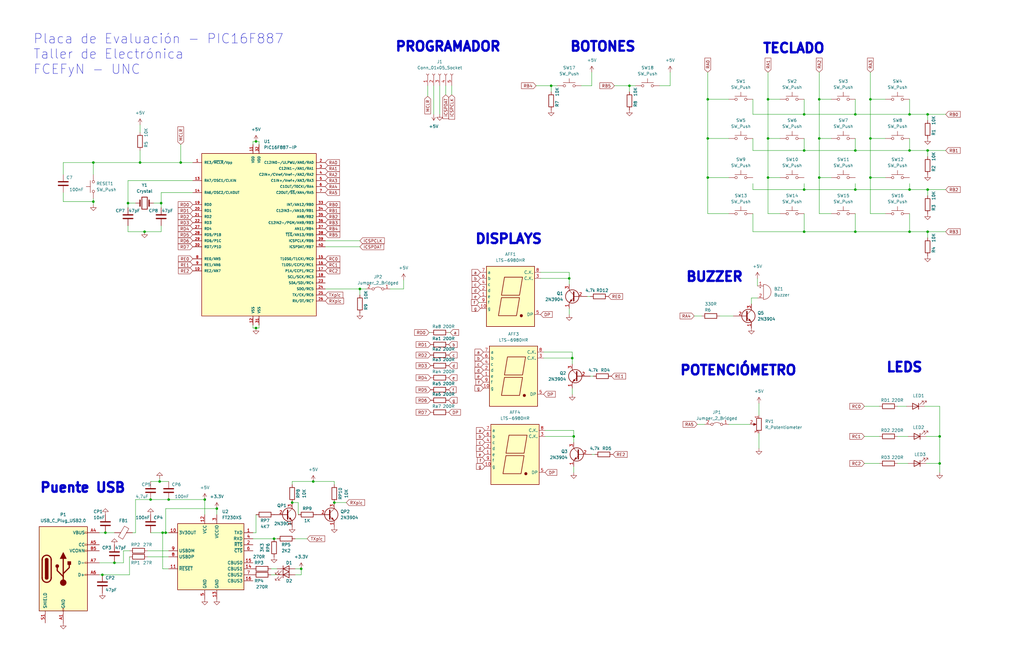
<source format=kicad_sch>
(kicad_sch (version 20230121) (generator eeschema)
  (paper "USLedger")
  (lib_symbols
    (symbol "Connector:Conn_01x05_Socket" (pin_names (offset 1.016) hide)
      (property "Reference" "J" (at 0 7.62 0))
      (property "Value" "Conn_01x05_Socket" (at 0 -7.62 0))
      (symbol "Conn_01x05_Socket_1_1"
        (pin passive line (at -5.08 5.08 0) (length 3.81) (name "Pin_1") (number "1"))
        (pin passive line (at -5.08 2.54 0) (length 3.81) (name "Pin_2") (number "2"))
        (pin passive line (at -5.08 0 0) (length 3.81) (name "Pin_3") (number "3"))
        (pin passive line (at -5.08 -2.54 0) (length 3.81) (name "Pin_4") (number "4"))
        (pin passive line (at -5.08 -5.08 0) (length 3.81) (name "Pin_5") (number "5"))
      )
    )
    (symbol "Connector:USB_C_Plug_USB2.0" (pin_names (offset 1.016))
      (property "Reference" "P" (at -10.16 19.05 0))
      (property "Value" "USB_C_Plug_USB2.0" (at 12.7 19.05 0))
      (symbol "USB_C_Plug_USB2.0_1_1"
        (pin passive line (at 0 -22.86 90) (length 5.08) (name "GND") (number "A1"))
        (pin passive line (at 0 -22.86 90) (length 5.08) hide (name "GND") (number "A12"))
        (pin passive line (at 15.24 15.24 180) (length 5.08) (name "VBUS") (number "A4"))
        (pin bidirectional line (at 15.24 10.16 180) (length 5.08) (name "CC") (number "A5"))
        (pin bidirectional line (at 15.24 -2.54 180) (length 5.08) (name "D+") (number "A6"))
        (pin bidirectional line (at 15.24 2.54 180) (length 5.08) (name "D-") (number "A7"))
        (pin passive line (at 15.24 15.24 180) (length 5.08) hide (name "VBUS") (number "A9"))
        (pin passive line (at 0 -22.86 90) (length 5.08) hide (name "GND") (number "B1"))
        (pin passive line (at 0 -22.86 90) (length 5.08) hide (name "GND") (number "B12"))
        (pin passive line (at 15.24 15.24 180) (length 5.08) hide (name "VBUS") (number "B4"))
        (pin bidirectional line (at 15.24 7.62 180) (length 5.08) (name "VCONN") (number "B5"))
        (pin passive line (at 15.24 15.24 180) (length 5.08) hide (name "VBUS") (number "B9"))
        (pin passive line (at -7.62 -22.86 90) (length 5.08) (name "SHIELD") (number "S1"))
      )
    )
    (symbol "Device:Buzzer" (pin_names (offset 0.0254) hide)
      (property "Reference" "BZ" (at 3.81 1.27 0))
      (property "Value" "Buzzer" (at 3.81 -1.27 0))
      (symbol "Buzzer_1_1"
        (pin passive line (at -2.54 2.54 0) (length 2.54) (name "-") (number "1"))
        (pin passive line (at -2.54 -2.54 0) (length 2.54) (name "+") (number "2"))
      )
    )
    (symbol "Device:C" (pin_numbers hide) (pin_names (offset 0.254))
      (property "Reference" "C" (at 0.635 2.54 0))
      (property "Value" "C" (at 0.635 -2.54 0))
      (symbol "C_1_1"
        (pin passive line (at 0 3.81 270) (length 2.794) (name "~") (number "1"))
        (pin passive line (at 0 -3.81 90) (length 2.794) (name "~") (number "2"))
      )
    )
    (symbol "Device:Crystal" (pin_numbers hide) (pin_names (offset 1.016) hide)
      (property "Reference" "Y" (at 0 3.81 0))
      (property "Value" "Crystal" (at 0 -3.81 0))
      (symbol "Crystal_1_1"
        (pin passive line (at -3.81 0 0) (length 1.27) (name "1") (number "1"))
        (pin passive line (at 3.81 0 180) (length 1.27) (name "2") (number "2"))
      )
    )
    (symbol "Device:FerriteBead" (pin_numbers hide) (pin_names (offset 0))
      (property "Reference" "FB" (at -3.81 0.635 90))
      (property "Value" "FerriteBead" (at 3.81 0 90))
      (symbol "FerriteBead_1_1"
        (pin passive line (at 0 3.81 270) (length 2.54) (name "~") (number "1"))
        (pin passive line (at 0 -3.81 90) (length 2.54) (name "~") (number "2"))
      )
    )
    (symbol "Device:LED" (pin_numbers hide) (pin_names (offset 1.016) hide)
      (property "Reference" "D" (at 0 2.54 0))
      (property "Value" "LED" (at 0 -2.54 0))
      (symbol "LED_1_1"
        (pin passive line (at -3.81 0 0) (length 2.54) (name "K") (number "1"))
        (pin passive line (at 3.81 0 180) (length 2.54) (name "A") (number "2"))
      )
    )
    (symbol "Device:R" (pin_numbers hide) (pin_names (offset 0))
      (property "Reference" "R" (at 2.032 0 90))
      (property "Value" "R" (at 0 0 90))
      (symbol "R_1_1"
        (pin passive line (at 0 3.81 270) (length 1.27) (name "~") (number "1"))
        (pin passive line (at 0 -3.81 90) (length 1.27) (name "~") (number "2"))
      )
    )
    (symbol "Device:R_Potentiometer" (pin_names (offset 1.016) hide)
      (property "Reference" "RV" (at -4.445 0 90))
      (property "Value" "R_Potentiometer" (at -2.54 0 90))
      (symbol "R_Potentiometer_1_1"
        (pin passive line (at 0 3.81 270) (length 1.27) (name "1") (number "1"))
        (pin passive line (at 3.81 0 180) (length 1.27) (name "2") (number "2"))
        (pin passive line (at 0 -3.81 90) (length 1.27) (name "3") (number "3"))
      )
    )
    (symbol "Display_Character:LTS-6980HR"
      (property "Reference" "AFF" (at -7.874 13.97 0))
      (property "Value" "LTS-6980HR" (at 4.064 13.97 0))
      (symbol "LTS-6980HR_1_1"
        (pin passive line (at -12.7 0 0) (length 2.54) (name "e") (number "1"))
        (pin passive line (at -12.7 -5.08 0) (length 2.54) (name "g") (number "10"))
        (pin passive line (at -12.7 2.54 0) (length 2.54) (name "d") (number "2"))
        (pin passive line (at 12.7 7.62 180) (length 2.54) (name "C.K.") (number "3"))
        (pin passive line (at -12.7 5.08 0) (length 2.54) (name "c") (number "4"))
        (pin passive line (at 12.7 -7.62 180) (length 2.54) (name "DP") (number "5"))
        (pin passive line (at -12.7 7.62 0) (length 2.54) (name "b") (number "6"))
        (pin passive line (at -12.7 10.16 0) (length 2.54) (name "a") (number "7"))
        (pin passive line (at 12.7 10.16 180) (length 2.54) (name "C.K.") (number "8"))
        (pin passive line (at -12.7 -2.54 0) (length 2.54) (name "f") (number "9"))
      )
    )
    (symbol "Interface_USB:FT230XS"
      (property "Reference" "U" (at -13.97 15.24 0))
      (property "Value" "FT230XS" (at 7.62 15.24 0))
      (symbol "FT230XS_1_1"
        (pin output line (at 17.78 10.16 180) (length 3.81) (name "TXD") (number "1"))
        (pin power_out line (at -17.78 10.16 0) (length 3.81) (name "3V3OUT") (number "10"))
        (pin input line (at -17.78 -5.08 0) (length 3.81) (name "~{RESET}") (number "11"))
        (pin power_in line (at -2.54 17.78 270) (length 3.81) (name "VCC") (number "12"))
        (pin power_in line (at 2.54 -17.78 90) (length 3.81) (name "GND") (number "13"))
        (pin bidirectional line (at 17.78 -5.08 180) (length 3.81) (name "CBUS1") (number "14"))
        (pin bidirectional line (at 17.78 -2.54 180) (length 3.81) (name "CBUS0") (number "15"))
        (pin bidirectional line (at 17.78 -10.16 180) (length 3.81) (name "CBUS3") (number "16"))
        (pin output line (at 17.78 5.08 180) (length 3.81) (name "~{RTS}") (number "2"))
        (pin power_in line (at 2.54 17.78 270) (length 3.81) (name "VCCIO") (number "3"))
        (pin input line (at 17.78 7.62 180) (length 3.81) (name "RXD") (number "4"))
        (pin power_in line (at -2.54 -17.78 90) (length 3.81) (name "GND") (number "5"))
        (pin input line (at 17.78 2.54 180) (length 3.81) (name "~{CTS}") (number "6"))
        (pin bidirectional line (at 17.78 -7.62 180) (length 3.81) (name "CBUS2") (number "7"))
        (pin bidirectional line (at -17.78 0 0) (length 3.81) (name "USBDP") (number "8"))
        (pin bidirectional line (at -17.78 2.54 0) (length 3.81) (name "USBDM") (number "9"))
      )
    )
    (symbol "Jumper:Jumper_2_Bridged" (pin_names (offset 0) hide)
      (property "Reference" "JP" (at 0 1.905 0))
      (property "Value" "Jumper_2_Bridged" (at 0 -2.54 0))
      (symbol "Jumper_2_Bridged_1_1"
        (pin passive line (at -5.08 0 0) (length 2.54) (name "A") (number "1"))
        (pin passive line (at 5.08 0 180) (length 2.54) (name "B") (number "2"))
      )
    )
    (symbol "MCU_Microchip_PIC16:PIC16F887-IP" (pin_names (offset 1.016))
      (property "Reference" "U" (at 6.35 38.1 0))
      (property "Value" "PIC16F887-IP" (at 6.35 35.56 0))
      (symbol "PIC16F887-IP_1_1"
        (pin input line (at -27.94 30.48 0) (length 3.81) (name "RE3/~{MCLR}/Vpp") (number "1"))
        (pin bidirectional line (at -27.94 -15.24 0) (length 3.81) (name "RE2/AN7") (number "10"))
        (pin power_in line (at -2.54 38.1 270) (length 3.81) (name "VDD") (number "11"))
        (pin power_in line (at -2.54 -38.1 90) (length 3.81) (name "VSS") (number "12"))
        (pin bidirectional line (at -27.94 22.86 0) (length 3.81) (name "RA7/OSC1/CLKIN") (number "13"))
        (pin bidirectional line (at -27.94 17.78 0) (length 3.81) (name "RA6/OSC2/CLKOUT") (number "14"))
        (pin bidirectional line (at 27.94 -10.16 180) (length 3.81) (name "T10S0/T1CKI/RC0") (number "15"))
        (pin bidirectional line (at 27.94 -12.7 180) (length 3.81) (name "T1OSI/CCP2/RC1") (number "16"))
        (pin bidirectional line (at 27.94 -15.24 180) (length 3.81) (name "P1A/CCP1/RC2") (number "17"))
        (pin bidirectional line (at 27.94 -17.78 180) (length 3.81) (name "SCL/SCK/RC3") (number "18"))
        (pin bidirectional line (at -27.94 12.7 0) (length 3.81) (name "RD0") (number "19"))
        (pin bidirectional line (at 27.94 30.48 180) (length 3.81) (name "C12IN0-/ULPWU/AN0/RA0") (number "2"))
        (pin bidirectional line (at -27.94 10.16 0) (length 3.81) (name "RD1") (number "20"))
        (pin bidirectional line (at -27.94 7.62 0) (length 3.81) (name "RD2") (number "21"))
        (pin bidirectional line (at -27.94 5.08 0) (length 3.81) (name "RD3") (number "22"))
        (pin bidirectional line (at 27.94 -20.32 180) (length 3.81) (name "SDA/SDI/RC4") (number "23"))
        (pin bidirectional line (at 27.94 -22.86 180) (length 3.81) (name "SDO/RC5") (number "24"))
        (pin bidirectional line (at 27.94 -25.4 180) (length 3.81) (name "TX/CK/RC6") (number "25"))
        (pin bidirectional line (at 27.94 -27.94 180) (length 3.81) (name "RX/DT/RC7") (number "26"))
        (pin bidirectional line (at -27.94 2.54 0) (length 3.81) (name "RD4") (number "27"))
        (pin bidirectional line (at -27.94 0 0) (length 3.81) (name "RD5/P1B") (number "28"))
        (pin bidirectional line (at -27.94 -2.54 0) (length 3.81) (name "RD6/P1C") (number "29"))
        (pin bidirectional line (at 27.94 27.94 180) (length 3.81) (name "C12IN1-/AN1/RA1") (number "3"))
        (pin bidirectional line (at -27.94 -5.08 0) (length 3.81) (name "RD7/P1D") (number "30"))
        (pin power_in line (at 0 -38.1 90) (length 3.81) (name "VSS") (number "31"))
        (pin power_in line (at 0 38.1 270) (length 3.81) (name "VDD") (number "32"))
        (pin bidirectional line (at 27.94 12.7 180) (length 3.81) (name "INT/AN12/RB0") (number "33"))
        (pin bidirectional line (at 27.94 10.16 180) (length 3.81) (name "C12IN3-/AN10/RB1") (number "34"))
        (pin bidirectional line (at 27.94 7.62 180) (length 3.81) (name "AN8/RB2") (number "35"))
        (pin bidirectional line (at 27.94 5.08 180) (length 3.81) (name "C12IN2-/PGM/AN9/RB3") (number "36"))
        (pin bidirectional line (at 27.94 2.54 180) (length 3.81) (name "AN11/RB4") (number "37"))
        (pin bidirectional line (at 27.94 0 180) (length 3.81) (name "~{T1G}/AN13/RB5") (number "38"))
        (pin bidirectional line (at 27.94 -2.54 180) (length 3.81) (name "ICSPCLK/RB6") (number "39"))
        (pin bidirectional line (at 27.94 25.4 180) (length 3.81) (name "C2IN+/CVref/Vref-/AN2/RA2") (number "4"))
        (pin bidirectional line (at 27.94 -5.08 180) (length 3.81) (name "ICSPDAT/RB7") (number "40"))
        (pin bidirectional line (at 27.94 22.86 180) (length 3.81) (name "C1IN+/Vref+/AN3/RA3") (number "5"))
        (pin bidirectional line (at 27.94 20.32 180) (length 3.81) (name "C1OUT/T0CKI/RA4") (number "6"))
        (pin bidirectional line (at 27.94 17.78 180) (length 3.81) (name "C2OUT/~{SS}/AN4/RA5") (number "7"))
        (pin bidirectional line (at -27.94 -10.16 0) (length 3.81) (name "RE0/AN5") (number "8"))
        (pin bidirectional line (at -27.94 -12.7 0) (length 3.81) (name "RE1/AN6") (number "9"))
      )
    )
    (symbol "Switch:SW_Push" (pin_numbers hide) (pin_names (offset 1.016) hide)
      (property "Reference" "SW" (at 1.27 2.54 0))
      (property "Value" "SW_Push" (at 0 -1.524 0))
      (symbol "SW_Push_0_1"
        (pin passive line (at -5.08 0 0) (length 2.54) (name "1") (number "1"))
        (pin passive line (at 5.08 0 180) (length 2.54) (name "2") (number "2"))
      )
    )
    (symbol "Transistor_BJT:2N3904" (pin_names (offset 0) hide)
      (property "Reference" "Q" (at 5.08 1.905 0))
      (property "Value" "2N3904" (at 5.08 0 0))
      (symbol "2N3904_1_1"
        (pin passive line (at 2.54 -5.08 90) (length 2.54) (name "E") (number "1"))
        (pin passive line (at -5.08 0 0) (length 5.715) (name "B") (number "2"))
        (pin passive line (at 2.54 5.08 270) (length 2.54) (name "C") (number "3"))
      )
    )
    (symbol "power:+3.3V" (power) (pin_names (offset 0))
      (property "Value" "+3.3V" (at 0 3.556 0))
      (symbol "+3.3V_1_1"
        (pin power_in line (at 0 0 90) (length 0) hide (name "+3.3V") (number "1"))
      )
    )
    (symbol "power:+5V" (power) (pin_names (offset 0))
      (property "Value" "+5V" (at 0 3.556 0))
      (symbol "+5V_1_1"
        (pin power_in line (at 0 0 90) (length 0) hide (name "+5V") (number "1"))
      )
    )
    (symbol "power:GND" (power) (pin_names (offset 0))
      (property "Value" "GND" (at 0 -3.81 0))
      (symbol "GND_1_1"
        (pin power_in line (at 0 0 270) (length 0) hide (name "GND") (number "1"))
      )
    )
  )
  (junction (at 383.54 63.5))
  (junction (at 39.37 85.09))
  (junction (at 241.935 184.15))
  (junction (at 76.2 68.58))
  (junction (at 44.45 224.79))
  (junction (at 345.44 74.93))
  (junction (at 360.68 80.01))
  (junction (at 298.45 58.42))
  (junction (at 339.09 80.01))
  (junction (at 140.97 212.09))
  (junction (at 391.16 63.5))
  (junction (at 241.3 151.13))
  (junction (at 67.945 85.725))
  (junction (at 383.54 97.79))
  (junction (at 360.68 63.5))
  (junction (at 107.95 138.43))
  (junction (at 60.96 97.79))
  (junction (at 59.055 68.58))
  (junction (at 86.36 210.82))
  (junction (at 132.08 203.2))
  (junction (at 107.95 59.69))
  (junction (at 115.57 227.33))
  (junction (at 391.16 97.79))
  (junction (at 91.44 214.63))
  (junction (at 123.19 212.09))
  (junction (at 127 240.03))
  (junction (at 240.03 117.475))
  (junction (at 265.43 36.195))
  (junction (at 71.12 210.82))
  (junction (at 367.03 74.93))
  (junction (at 48.26 237.49))
  (junction (at 298.45 41.91))
  (junction (at 151.765 121.92))
  (junction (at 383.54 80.01))
  (junction (at 323.85 58.42))
  (junction (at 367.03 58.42))
  (junction (at 396.24 184.15))
  (junction (at 339.09 63.5))
  (junction (at 39.37 68.58))
  (junction (at 391.16 80.01))
  (junction (at 360.68 97.79))
  (junction (at 43.18 242.57))
  (junction (at 383.54 48.26))
  (junction (at 232.41 36.195))
  (junction (at 67.31 203.2))
  (junction (at 298.45 74.93))
  (junction (at 339.09 48.26))
  (junction (at 69.85 224.79))
  (junction (at 391.16 48.26))
  (junction (at 323.85 41.91))
  (junction (at 68.58 224.79))
  (junction (at 367.03 41.91))
  (junction (at 339.09 97.79))
  (junction (at 360.68 48.26))
  (junction (at 323.85 74.93))
  (junction (at 53.975 85.725))
  (junction (at 345.44 58.42))
  (junction (at 345.44 41.91))
  (junction (at 63.5 210.82))
  (junction (at 396.24 195.58))
  (wire (pts (xy 383.54 80.01) (xy 391.16 80.01)))
  (wire (pts (xy 383.54 58.42) (xy 383.54 63.5)))
  (wire (pts (xy 317.5 77.47) (xy 317.5 80.01)))
  (wire (pts (xy 323.85 90.17) (xy 323.85 74.93)))
  (wire (pts (xy 91.44 214.63) (xy 91.44 217.17)))
  (wire (pts (xy 52.07 237.49) (xy 52.07 232.41)))
  (wire (pts (xy 328.93 41.91) (xy 323.85 41.91)))
  (wire (pts (xy 182.88 48.26) (xy 182.88 36.195)))
  (wire (pts (xy 107.95 59.69) (xy 109.22 59.69)))
  (wire (pts (xy 383.54 90.17) (xy 383.54 97.79)))
  (wire (pts (xy 240.03 117.475) (xy 240.03 120.015)))
  (wire (pts (xy 41.91 242.57) (xy 43.18 242.57)))
  (wire (pts (xy 307.34 90.17) (xy 298.45 90.17)))
  (wire (pts (xy 360.68 58.42) (xy 360.68 63.5)))
  (wire (pts (xy 86.36 210.82) (xy 86.36 217.17)))
  (wire (pts (xy 48.26 237.49) (xy 52.07 237.49)))
  (wire (pts (xy 345.44 41.91) (xy 345.44 58.42)))
  (wire (pts (xy 124.46 242.57) (xy 127 242.57)))
  (wire (pts (xy 106.68 59.69) (xy 106.68 60.96)))
  (wire (pts (xy 109.22 138.43) (xy 109.22 137.16)))
  (wire (pts (xy 360.68 41.91) (xy 360.68 48.26)))
  (wire (pts (xy 62.23 234.95) (xy 71.12 234.95)))
  (wire (pts (xy 64.77 85.725) (xy 67.945 85.725)))
  (wire (pts (xy 364.49 171.45) (xy 370.84 171.45)))
  (wire (pts (xy 62.23 232.41) (xy 71.12 232.41)))
  (wire (pts (xy 232.41 36.195) (xy 232.41 38.735)))
  (wire (pts (xy 229.87 184.15) (xy 241.935 184.15)))
  (wire (pts (xy 115.57 227.33) (xy 106.68 227.33)))
  (wire (pts (xy 282.575 36.195) (xy 278.13 36.195)))
  (wire (pts (xy 345.44 74.93) (xy 350.52 74.93)))
  (wire (pts (xy 345.44 30.48) (xy 345.44 41.91)))
  (wire (pts (xy 373.38 90.17) (xy 367.03 90.17)))
  (wire (pts (xy 67.31 201.93) (xy 67.31 203.2)))
  (wire (pts (xy 53.975 95.25) (xy 53.975 97.79)))
  (wire (pts (xy 123.19 203.2) (xy 123.19 204.47)))
  (wire (pts (xy 247.65 125.095) (xy 248.92 125.095)))
  (wire (pts (xy 339.09 90.17) (xy 339.09 97.79)))
  (wire (pts (xy 241.935 196.85) (xy 241.935 199.39)))
  (wire (pts (xy 180.34 36.195) (xy 180.34 40.64)))
  (wire (pts (xy 69.85 224.79) (xy 68.58 224.79)))
  (wire (pts (xy 316.865 125.73) (xy 316.865 128.27)))
  (wire (pts (xy 53.975 85.725) (xy 57.15 85.725)))
  (wire (pts (xy 63.5 203.2) (xy 67.31 203.2)))
  (wire (pts (xy 319.405 117.475) (xy 319.405 120.65)))
  (wire (pts (xy 282.575 30.48) (xy 282.575 36.195)))
  (wire (pts (xy 39.37 68.58) (xy 59.055 68.58)))
  (wire (pts (xy 328.93 90.17) (xy 323.85 90.17)))
  (wire (pts (xy 41.91 237.49) (xy 48.26 237.49)))
  (wire (pts (xy 396.24 195.58) (xy 396.24 199.39)))
  (wire (pts (xy 180.975 140.335) (xy 181.61 140.335)))
  (wire (pts (xy 360.68 90.17) (xy 360.68 97.79)))
  (wire (pts (xy 367.03 58.42) (xy 367.03 74.93)))
  (wire (pts (xy 259.08 36.195) (xy 265.43 36.195)))
  (wire (pts (xy 151.765 121.92) (xy 154.305 121.92)))
  (wire (pts (xy 71.12 240.03) (xy 68.58 240.03)))
  (wire (pts (xy 367.03 74.93) (xy 373.38 74.93)))
  (wire (pts (xy 71.12 224.79) (xy 69.85 224.79)))
  (wire (pts (xy 339.09 77.47) (xy 339.09 80.01)))
  (wire (pts (xy 367.03 41.91) (xy 373.38 41.91)))
  (wire (pts (xy 226.06 36.195) (xy 232.41 36.195)))
  (wire (pts (xy 76.2 60.96) (xy 76.2 68.58)))
  (wire (pts (xy 339.09 63.5) (xy 360.68 63.5)))
  (wire (pts (xy 114.3 242.57) (xy 116.84 242.57)))
  (wire (pts (xy 298.45 90.17) (xy 298.45 74.93)))
  (wire (pts (xy 345.44 58.42) (xy 350.52 58.42)))
  (wire (pts (xy 81.28 76.2) (xy 53.975 76.2)))
  (wire (pts (xy 53.975 76.2) (xy 53.975 85.725)))
  (wire (pts (xy 52.07 232.41) (xy 54.61 232.41)))
  (wire (pts (xy 71.12 210.82) (xy 86.36 210.82)))
  (wire (pts (xy 391.16 50.8) (xy 391.16 48.26)))
  (wire (pts (xy 164.465 121.92) (xy 170.18 121.92)))
  (wire (pts (xy 109.22 59.69) (xy 109.22 60.96)))
  (wire (pts (xy 396.24 184.15) (xy 396.24 195.58)))
  (wire (pts (xy 26.67 68.58) (xy 39.37 68.58)))
  (wire (pts (xy 298.45 74.93) (xy 307.34 74.93)))
  (wire (pts (xy 364.49 195.58) (xy 370.84 195.58)))
  (wire (pts (xy 44.45 224.79) (xy 48.26 224.79)))
  (wire (pts (xy 170.18 121.92) (xy 170.18 118.11)))
  (wire (pts (xy 107.95 138.43) (xy 109.22 138.43)))
  (wire (pts (xy 140.97 203.2) (xy 140.97 204.47)))
  (wire (pts (xy 383.54 41.91) (xy 383.54 48.26)))
  (wire (pts (xy 323.85 30.48) (xy 323.85 41.91)))
  (wire (pts (xy 350.52 90.17) (xy 345.44 90.17)))
  (wire (pts (xy 240.03 114.935) (xy 240.03 117.475)))
  (wire (pts (xy 63.5 210.82) (xy 71.12 210.82)))
  (wire (pts (xy 69.85 224.79) (xy 69.85 214.63)))
  (wire (pts (xy 76.2 68.58) (xy 81.28 68.58)))
  (wire (pts (xy 59.055 63.5) (xy 59.055 68.58)))
  (wire (pts (xy 360.68 63.5) (xy 383.54 63.5)))
  (wire (pts (xy 68.58 224.79) (xy 68.58 240.03)))
  (wire (pts (xy 116.84 227.33) (xy 115.57 227.33)))
  (wire (pts (xy 232.41 36.195) (xy 234.95 36.195)))
  (wire (pts (xy 345.44 74.93) (xy 345.44 90.17)))
  (wire (pts (xy 367.03 30.48) (xy 367.03 41.91)))
  (wire (pts (xy 390.525 184.15) (xy 396.24 184.15)))
  (wire (pts (xy 298.45 58.42) (xy 307.34 58.42)))
  (wire (pts (xy 107.95 59.69) (xy 106.68 59.69)))
  (wire (pts (xy 298.45 74.93) (xy 298.45 58.42)))
  (wire (pts (xy 391.16 82.55) (xy 391.16 80.01)))
  (wire (pts (xy 39.37 68.58) (xy 39.37 73.66)))
  (wire (pts (xy 298.45 30.48) (xy 298.45 41.91)))
  (wire (pts (xy 123.19 212.09) (xy 125.73 212.09)))
  (wire (pts (xy 317.5 80.01) (xy 339.09 80.01)))
  (wire (pts (xy 132.08 203.2) (xy 140.97 203.2)))
  (wire (pts (xy 67.945 95.25) (xy 67.945 97.79)))
  (wire (pts (xy 240.03 130.175) (xy 240.03 132.715)))
  (wire (pts (xy 241.935 181.61) (xy 241.935 184.15)))
  (wire (pts (xy 323.85 58.42) (xy 323.85 41.91)))
  (wire (pts (xy 339.09 48.26) (xy 360.68 48.26)))
  (wire (pts (xy 323.85 74.93) (xy 328.93 74.93)))
  (wire (pts (xy 367.03 58.42) (xy 373.38 58.42)))
  (wire (pts (xy 383.54 63.5) (xy 391.16 63.5)))
  (wire (pts (xy 317.5 97.79) (xy 339.09 97.79)))
  (wire (pts (xy 229.235 148.59) (xy 241.3 148.59)))
  (wire (pts (xy 391.16 48.26) (xy 398.78 48.26)))
  (wire (pts (xy 132.08 203.2) (xy 123.19 203.2)))
  (wire (pts (xy 390.525 195.58) (xy 396.24 195.58)))
  (wire (pts (xy 57.15 224.79) (xy 57.15 210.82)))
  (wire (pts (xy 383.54 48.26) (xy 391.16 48.26)))
  (wire (pts (xy 383.54 97.79) (xy 391.16 97.79)))
  (wire (pts (xy 320.04 170.18) (xy 320.04 175.26)))
  (wire (pts (xy 323.85 74.93) (xy 323.85 58.42)))
  (wire (pts (xy 339.09 80.01) (xy 360.68 80.01)))
  (wire (pts (xy 317.5 48.26) (xy 339.09 48.26)))
  (wire (pts (xy 378.46 195.58) (xy 382.905 195.58)))
  (wire (pts (xy 53.975 85.725) (xy 53.975 87.63)))
  (wire (pts (xy 339.09 41.91) (xy 339.09 48.26)))
  (wire (pts (xy 63.5 224.79) (xy 68.58 224.79)))
  (wire (pts (xy 129.54 227.33) (xy 124.46 227.33)))
  (wire (pts (xy 59.055 52.705) (xy 59.055 55.88)))
  (wire (pts (xy 107.95 217.17) (xy 107.95 224.79)))
  (wire (pts (xy 53.975 97.79) (xy 60.96 97.79)))
  (wire (pts (xy 67.945 85.725) (xy 67.945 87.63)))
  (wire (pts (xy 106.68 224.79) (xy 107.95 224.79)))
  (wire (pts (xy 26.67 73.66) (xy 26.67 68.58)))
  (wire (pts (xy 378.46 171.45) (xy 382.27 171.45)))
  (wire (pts (xy 54.61 234.95) (xy 54.61 242.57)))
  (wire (pts (xy 69.85 214.63) (xy 91.44 214.63)))
  (wire (pts (xy 317.5 63.5) (xy 339.09 63.5)))
  (wire (pts (xy 317.5 58.42) (xy 317.5 63.5)))
  (wire (pts (xy 41.91 224.79) (xy 44.45 224.79)))
  (wire (pts (xy 248.92 158.75) (xy 250.19 158.75)))
  (wire (pts (xy 360.68 77.47) (xy 360.68 80.01)))
  (wire (pts (xy 298.45 58.42) (xy 298.45 41.91)))
  (wire (pts (xy 360.68 80.01) (xy 383.54 80.01)))
  (wire (pts (xy 137.16 101.6) (xy 151.765 101.6)))
  (wire (pts (xy 241.3 148.59) (xy 241.3 151.13)))
  (wire (pts (xy 316.865 125.73) (xy 319.405 125.73)))
  (wire (pts (xy 320.04 182.88) (xy 320.04 189.23)))
  (wire (pts (xy 241.935 184.15) (xy 241.935 186.69)))
  (wire (pts (xy 317.5 90.17) (xy 317.5 97.79)))
  (wire (pts (xy 26.67 85.09) (xy 39.37 85.09)))
  (wire (pts (xy 229.235 151.13) (xy 241.3 151.13)))
  (wire (pts (xy 227.965 117.475) (xy 240.03 117.475)))
  (wire (pts (xy 303.53 133.35) (xy 309.245 133.35)))
  (wire (pts (xy 360.68 48.26) (xy 383.54 48.26)))
  (wire (pts (xy 81.28 81.28) (xy 67.945 81.28)))
  (wire (pts (xy 391.16 97.79) (xy 398.78 97.79)))
  (wire (pts (xy 396.24 171.45) (xy 396.24 184.15)))
  (wire (pts (xy 249.555 36.195) (xy 245.11 36.195)))
  (wire (pts (xy 378.46 184.15) (xy 382.905 184.15)))
  (wire (pts (xy 127 242.57) (xy 127 240.03)))
  (wire (pts (xy 137.16 104.14) (xy 151.765 104.14)))
  (wire (pts (xy 67.945 97.79) (xy 60.96 97.79)))
  (wire (pts (xy 383.54 77.47) (xy 383.54 80.01)))
  (wire (pts (xy 124.46 240.03) (xy 127 240.03)))
  (wire (pts (xy 125.73 212.09) (xy 125.73 217.17)))
  (wire (pts (xy 227.965 114.935) (xy 240.03 114.935)))
  (wire (pts (xy 55.88 224.79) (xy 57.15 224.79)))
  (wire (pts (xy 317.5 41.91) (xy 317.5 48.26)))
  (wire (pts (xy 106.68 138.43) (xy 107.95 138.43)))
  (wire (pts (xy 339.09 58.42) (xy 339.09 63.5)))
  (wire (pts (xy 391.16 66.04) (xy 391.16 63.5)))
  (wire (pts (xy 249.555 30.48) (xy 249.555 36.195)))
  (wire (pts (xy 389.89 171.45) (xy 396.24 171.45)))
  (wire (pts (xy 367.03 74.93) (xy 367.03 90.17)))
  (wire (pts (xy 339.09 97.79) (xy 360.68 97.79)))
  (wire (pts (xy 241.3 163.83) (xy 241.3 166.37)))
  (wire (pts (xy 185.42 36.195) (xy 185.42 48.26)))
  (wire (pts (xy 137.16 121.92) (xy 151.765 121.92)))
  (wire (pts (xy 345.44 41.91) (xy 350.52 41.91)))
  (wire (pts (xy 67.31 203.2) (xy 71.12 203.2)))
  (wire (pts (xy 391.16 63.5) (xy 398.78 63.5)))
  (wire (pts (xy 249.555 191.77) (xy 250.825 191.77)))
  (wire (pts (xy 190.5 36.195) (xy 190.5 40.005)))
  (wire (pts (xy 391.16 80.01) (xy 398.78 80.01)))
  (wire (pts (xy 364.49 184.15) (xy 370.84 184.15)))
  (wire (pts (xy 265.43 36.195) (xy 267.97 36.195)))
  (wire (pts (xy 187.96 36.195) (xy 187.96 40.005)))
  (wire (pts (xy 229.87 181.61) (xy 241.935 181.61)))
  (wire (pts (xy 151.765 124.46) (xy 151.765 121.92)))
  (wire (pts (xy 26.67 81.28) (xy 26.67 85.09)))
  (wire (pts (xy 140.97 212.09) (xy 146.05 212.09)))
  (wire (pts (xy 201.93 127.635) (xy 202.565 127.635)))
  (wire (pts (xy 298.45 41.91) (xy 307.34 41.91)))
  (wire (pts (xy 57.15 210.82) (xy 63.5 210.82)))
  (wire (pts (xy 39.37 85.09) (xy 39.37 86.36)))
  (wire (pts (xy 297.18 179.07) (xy 294.005 179.07)))
  (wire (pts (xy 67.945 81.28) (xy 67.945 85.725)))
  (wire (pts (xy 189.865 140.335) (xy 189.23 140.335)))
  (wire (pts (xy 292.735 133.35) (xy 295.91 133.35)))
  (wire (pts (xy 114.3 240.03) (xy 116.84 240.03)))
  (wire (pts (xy 367.03 41.91) (xy 367.03 58.42)))
  (wire (pts (xy 316.23 179.07) (xy 307.34 179.07)))
  (wire (pts (xy 241.3 151.13) (xy 241.3 153.67)))
  (wire (pts (xy 106.68 137.16) (xy 106.68 138.43)))
  (wire (pts (xy 360.68 97.79) (xy 383.54 97.79)))
  (wire (pts (xy 265.43 36.195) (xy 265.43 38.735)))
  (wire (pts (xy 59.055 68.58) (xy 76.2 68.58)))
  (wire (pts (xy 43.18 242.57) (xy 54.61 242.57)))
  (wire (pts (xy 345.44 58.42) (xy 345.44 74.93)))
  (wire (pts (xy 391.16 100.33) (xy 391.16 97.79)))
  (wire (pts (xy 39.37 83.82) (xy 39.37 85.09)))
  (wire (pts (xy 323.85 58.42) (xy 328.93 58.42)))
  (text "BUZZER\n\n" (at 288.925 125.73 0) (effects (font (size 4 4) (thickness 1) bold) (justify left bottom)))
  (text "Placa de Evaluación - PIC16F887\nTaller de Electrónica\nFCEFyN - UNC" (at 13.97 31.75 0) (effects (font (size 4 4)) (justify left bottom)))
  (text "LEDS\n" (at 373.38 157.48 0) (effects (font (size 4 4) (thickness 1) bold) (justify left bottom)))
  (text "BOTONES\n\n" (at 240.03 28.575 0) (effects (font (size 4 4) (thickness 1) bold) (justify left bottom)))
  (text "PROGRAMADOR\n\n" (at 166.37 28.575 0) (effects (font (size 4 4) (thickness 1) bold) (justify left bottom)))
  (text "TECLADO\n" (at 321.31 22.86 0) (effects (font (size 4 4) (thickness 1) bold) (justify left bottom)))
  (text "DISPLAYS\n\n\n" (at 200.025 116.205 0) (effects (font (size 4 4) (thickness 1) bold) (justify left bottom)))
  (text "Puente USB" (at 16.51 208.28 0) (effects (font (size 4 4) (thickness 1) bold) (justify left bottom)))
  (text "POTENCIÓMETRO\n" (at 286.385 158.75 0) (effects (font (size 4 4) (thickness 1) bold) (justify left bottom)))
  (global_label "RA5" (shape input) (at 137.16 81.28 0) (property "Intersheetrefs" "${INTERSHEET_REFS}" (effects hide)))
  (global_label "RC1" (shape input) (at 364.49 184.15 180) (property "Intersheetrefs" "${INTERSHEET_REFS}" (effects hide)))
  (global_label "RD7" (shape input) (at 81.28 104.14 180) (property "Intersheetrefs" "${INTERSHEET_REFS}" (effects hide)))
  (global_label "RC0" (shape input) (at 137.16 109.22 0) (property "Intersheetrefs" "${INTERSHEET_REFS}" (effects hide)))
  (global_label "RA1" (shape input) (at 137.16 71.12 0) (property "Intersheetrefs" "${INTERSHEET_REFS}" (effects hide)))
  (global_label "RB1" (shape input) (at 398.78 63.5 0) (property "Intersheetrefs" "${INTERSHEET_REFS}" (effects hide)))
  (global_label "b" (shape input) (at 202.565 117.475 180) (property "Intersheetrefs" "${INTERSHEET_REFS}" (effects hide)))
  (global_label "RA3" (shape input) (at 367.03 30.48 90) (property "Intersheetrefs" "${INTERSHEET_REFS}" (effects hide)))
  (global_label "c" (shape input) (at 189.23 149.86 0) (property "Intersheetrefs" "${INTERSHEET_REFS}" (effects hide)))
  (global_label "d" (shape input) (at 204.47 189.23 180) (property "Intersheetrefs" "${INTERSHEET_REFS}" (effects hide)))
  (global_label "e" (shape input) (at 203.835 158.75 180) (property "Intersheetrefs" "${INTERSHEET_REFS}" (effects hide)))
  (global_label "e" (shape input) (at 202.565 125.095 180) (property "Intersheetrefs" "${INTERSHEET_REFS}" (effects hide)))
  (global_label "RD0" (shape input) (at 180.975 140.335 180) (property "Intersheetrefs" "${INTERSHEET_REFS}" (effects hide)))
  (global_label "RA0" (shape input) (at 137.16 68.58 0) (property "Intersheetrefs" "${INTERSHEET_REFS}" (effects hide)))
  (global_label "RC1" (shape input) (at 137.16 111.76 0) (property "Intersheetrefs" "${INTERSHEET_REFS}" (effects hide)))
  (global_label "RB2" (shape input) (at 137.16 91.44 0) (property "Intersheetrefs" "${INTERSHEET_REFS}" (effects hide)))
  (global_label "RB4" (shape input) (at 137.16 96.52 0) (property "Intersheetrefs" "${INTERSHEET_REFS}" (effects hide)))
  (global_label "RA4" (shape input) (at 137.16 78.74 0) (property "Intersheetrefs" "${INTERSHEET_REFS}" (effects hide)))
  (global_label "g" (shape input) (at 189.23 168.91 0) (property "Intersheetrefs" "${INTERSHEET_REFS}" (effects hide)))
  (global_label "RD6" (shape input) (at 81.28 101.6 180) (property "Intersheetrefs" "${INTERSHEET_REFS}" (effects hide)))
  (global_label "RA2" (shape input) (at 345.44 30.48 90) (property "Intersheetrefs" "${INTERSHEET_REFS}" (effects hide)))
  (global_label "RD1" (shape input) (at 81.28 88.9 180) (property "Intersheetrefs" "${INTERSHEET_REFS}" (effects hide)))
  (global_label "ICSPDAT" (shape input) (at 151.765 104.14 0) (property "Intersheetrefs" "${INTERSHEET_REFS}" (effects hide)))
  (global_label "TXpic" (shape input) (at 137.16 124.46 0) (property "Intersheetrefs" "${INTERSHEET_REFS}" (effects hide)))
  (global_label "e" (shape input) (at 204.47 191.77 180) (property "Intersheetrefs" "${INTERSHEET_REFS}" (effects hide)))
  (global_label "RE0" (shape input) (at 81.28 109.22 180) (property "Intersheetrefs" "${INTERSHEET_REFS}" (effects hide)))
  (global_label "RE0" (shape input) (at 256.54 125.095 0) (property "Intersheetrefs" "${INTERSHEET_REFS}" (effects hide)))
  (global_label "b" (shape input) (at 204.47 184.15 180) (property "Intersheetrefs" "${INTERSHEET_REFS}" (effects hide)))
  (global_label "g" (shape input) (at 204.47 196.85 180) (property "Intersheetrefs" "${INTERSHEET_REFS}" (effects hide)))
  (global_label "RE1" (shape input) (at 257.81 158.75 0) (property "Intersheetrefs" "${INTERSHEET_REFS}" (effects hide)))
  (global_label "RB1" (shape input) (at 137.16 88.9 0) (property "Intersheetrefs" "${INTERSHEET_REFS}" (effects hide)))
  (global_label "TXpic" (shape input) (at 129.54 227.33 0) (property "Intersheetrefs" "${INTERSHEET_REFS}" (effects hide)))
  (global_label "RB0" (shape input) (at 398.78 48.26 0) (property "Intersheetrefs" "${INTERSHEET_REFS}" (effects hide)))
  (global_label "b" (shape input) (at 189.23 145.415 0) (property "Intersheetrefs" "${INTERSHEET_REFS}" (effects hide)))
  (global_label "RB2" (shape input) (at 398.78 80.01 0) (property "Intersheetrefs" "${INTERSHEET_REFS}" (effects hide)))
  (global_label "RD4" (shape input) (at 181.61 159.385 180) (property "Intersheetrefs" "${INTERSHEET_REFS}" (effects hide)))
  (global_label "RA2" (shape input) (at 137.16 73.66 0) (property "Intersheetrefs" "${INTERSHEET_REFS}" (effects hide)))
  (global_label "RB3" (shape input) (at 137.16 93.98 0) (property "Intersheetrefs" "${INTERSHEET_REFS}" (effects hide)))
  (global_label "RE2" (shape input) (at 81.28 114.3 180) (property "Intersheetrefs" "${INTERSHEET_REFS}" (effects hide)))
  (global_label "g" (shape input) (at 202.565 130.175 180) (property "Intersheetrefs" "${INTERSHEET_REFS}" (effects hide)))
  (global_label "f" (shape input) (at 203.835 161.29 180) (property "Intersheetrefs" "${INTERSHEET_REFS}" (effects hide)))
  (global_label "RC2" (shape input) (at 137.16 114.3 0) (property "Intersheetrefs" "${INTERSHEET_REFS}" (effects hide)))
  (global_label "RE2" (shape input) (at 258.445 191.77 0) (property "Intersheetrefs" "${INTERSHEET_REFS}" (effects hide)))
  (global_label "ICSPCLK" (shape input) (at 190.5 40.005 270) (property "Intersheetrefs" "${INTERSHEET_REFS}" (effects hide)))
  (global_label "d" (shape input) (at 189.23 154.305 0) (property "Intersheetrefs" "${INTERSHEET_REFS}" (effects hide)))
  (global_label "a" (shape input) (at 204.47 181.61 180) (property "Intersheetrefs" "${INTERSHEET_REFS}" (effects hide)))
  (global_label "RC0" (shape input) (at 364.49 171.45 180) (property "Intersheetrefs" "${INTERSHEET_REFS}" (effects hide)))
  (global_label "RA5" (shape input) (at 294.005 179.07 180) (property "Intersheetrefs" "${INTERSHEET_REFS}" (effects hide)))
  (global_label "RB5" (shape input) (at 137.16 99.06 0) (property "Intersheetrefs" "${INTERSHEET_REFS}" (effects hide)))
  (global_label "RXpic" (shape input) (at 137.16 127 0) (property "Intersheetrefs" "${INTERSHEET_REFS}" (effects hide)))
  (global_label "a" (shape input) (at 202.565 114.935 180) (property "Intersheetrefs" "${INTERSHEET_REFS}" (effects hide)))
  (global_label "RD4" (shape input) (at 81.28 96.52 180) (property "Intersheetrefs" "${INTERSHEET_REFS}" (effects hide)))
  (global_label "RD7" (shape input) (at 181.61 173.99 180) (property "Intersheetrefs" "${INTERSHEET_REFS}" (effects hide)))
  (global_label "RD3" (shape input) (at 81.28 93.98 180) (property "Intersheetrefs" "${INTERSHEET_REFS}" (effects hide)))
  (global_label "f" (shape input) (at 204.47 194.31 180) (property "Intersheetrefs" "${INTERSHEET_REFS}" (effects hide)))
  (global_label "RB4" (shape input) (at 226.06 36.195 180) (property "Intersheetrefs" "${INTERSHEET_REFS}" (effects hide)))
  (global_label "MCLR" (shape input) (at 76.2 60.96 90) (property "Intersheetrefs" "${INTERSHEET_REFS}" (effects hide)))
  (global_label "RE1" (shape input) (at 81.28 111.76 180) (property "Intersheetrefs" "${INTERSHEET_REFS}" (effects hide)))
  (global_label "RA3" (shape input) (at 137.16 76.2 0) (property "Intersheetrefs" "${INTERSHEET_REFS}" (effects hide)))
  (global_label "RD5" (shape input) (at 81.28 99.06 180) (property "Intersheetrefs" "${INTERSHEET_REFS}" (effects hide)))
  (global_label "RA0" (shape input) (at 298.45 30.48 90) (property "Intersheetrefs" "${INTERSHEET_REFS}" (effects hide)))
  (global_label "RD2" (shape input) (at 181.61 149.86 180) (property "Intersheetrefs" "${INTERSHEET_REFS}" (effects hide)))
  (global_label "a" (shape input) (at 203.835 148.59 180) (property "Intersheetrefs" "${INTERSHEET_REFS}" (effects hide)))
  (global_label "e" (shape input) (at 189.23 159.385 0) (property "Intersheetrefs" "${INTERSHEET_REFS}" (effects hide)))
  (global_label "RD1" (shape input) (at 181.61 145.415 180) (property "Intersheetrefs" "${INTERSHEET_REFS}" (effects hide)))
  (global_label "DP" (shape input) (at 227.965 132.715 0) (property "Intersheetrefs" "${INTERSHEET_REFS}" (effects hide)))
  (global_label "c" (shape input) (at 202.565 120.015 180) (property "Intersheetrefs" "${INTERSHEET_REFS}" (effects hide)))
  (global_label "RD6" (shape input) (at 181.61 168.91 180) (property "Intersheetrefs" "${INTERSHEET_REFS}" (effects hide)))
  (global_label "ICSPDAT" (shape input) (at 187.96 40.005 270) (property "Intersheetrefs" "${INTERSHEET_REFS}" (effects hide)))
  (global_label "b" (shape input) (at 203.835 151.13 180) (property "Intersheetrefs" "${INTERSHEET_REFS}" (effects hide)))
  (global_label "RA1" (shape input) (at 323.85 30.48 90) (property "Intersheetrefs" "${INTERSHEET_REFS}" (effects hide)))
  (global_label "d" (shape input) (at 202.565 122.555 180) (property "Intersheetrefs" "${INTERSHEET_REFS}" (effects hide)))
  (global_label "a" (shape input) (at 189.865 140.335 0) (property "Intersheetrefs" "${INTERSHEET_REFS}" (effects hide)))
  (global_label "f" (shape input) (at 201.93 127.635 180) (property "Intersheetrefs" "${INTERSHEET_REFS}" (effects hide)))
  (global_label "c" (shape input) (at 203.835 153.67 180) (property "Intersheetrefs" "${INTERSHEET_REFS}" (effects hide)))
  (global_label "c" (shape input) (at 204.47 186.69 180) (property "Intersheetrefs" "${INTERSHEET_REFS}" (effects hide)))
  (global_label "RD2" (shape input) (at 81.28 91.44 180) (property "Intersheetrefs" "${INTERSHEET_REFS}" (effects hide)))
  (global_label "g" (shape input) (at 203.835 163.83 180) (property "Intersheetrefs" "${INTERSHEET_REFS}" (effects hide)))
  (global_label "DP" (shape input) (at 189.23 173.99 0) (property "Intersheetrefs" "${INTERSHEET_REFS}" (effects hide)))
  (global_label "MCLR" (shape input) (at 180.34 40.64 270) (property "Intersheetrefs" "${INTERSHEET_REFS}" (effects hide)))
  (global_label "d" (shape input) (at 203.835 156.21 180) (property "Intersheetrefs" "${INTERSHEET_REFS}" (effects hide)))
  (global_label "RD5" (shape input) (at 181.61 164.465 180) (property "Intersheetrefs" "${INTERSHEET_REFS}" (effects hide)))
  (global_label "RD0" (shape input) (at 81.28 86.36 180) (property "Intersheetrefs" "${INTERSHEET_REFS}" (effects hide)))
  (global_label "RC2" (shape input) (at 364.49 195.58 180) (property "Intersheetrefs" "${INTERSHEET_REFS}" (effects hide)))
  (global_label "RXpic" (shape input) (at 146.05 212.09 0) (property "Intersheetrefs" "${INTERSHEET_REFS}" (effects hide)))
  (global_label "RB5" (shape input) (at 259.08 36.195 180) (property "Intersheetrefs" "${INTERSHEET_REFS}" (effects hide)))
  (global_label "RD3" (shape input) (at 181.61 154.305 180) (property "Intersheetrefs" "${INTERSHEET_REFS}" (effects hide)))
  (global_label "ICSPCLK" (shape input) (at 151.765 101.6 0) (property "Intersheetrefs" "${INTERSHEET_REFS}" (effects hide)))
  (global_label "RB0" (shape input) (at 137.16 86.36 0) (property "Intersheetrefs" "${INTERSHEET_REFS}" (effects hide)))
  (global_label "DP" (shape input) (at 229.235 166.37 0) (property "Intersheetrefs" "${INTERSHEET_REFS}" (effects hide)))
  (global_label "RA4" (shape input) (at 292.735 133.35 180) (property "Intersheetrefs" "${INTERSHEET_REFS}" (effects hide)))
  (global_label "f" (shape input) (at 189.23 164.465 0) (property "Intersheetrefs" "${INTERSHEET_REFS}" (effects hide)))
  (global_label "DP" (shape input) (at 229.87 199.39 0) (property "Intersheetrefs" "${INTERSHEET_REFS}" (effects hide)))
  (global_label "RB3" (shape input) (at 398.78 97.79 0) (property "Intersheetrefs" "${INTERSHEET_REFS}" (effects hide)))
  (symbol (lib_id "Device:R") (at 58.42 234.95 270) (unit 1)
    (property "Reference" "RP1" (at 57.15 237.49 90))
    (property "Value" "27R" (at 62.23 237.49 90))
    (property "Footprint" "Resistor_SMD:R_1206_3216Metric_Pad1.30x1.75mm_HandSolder" (effects hide))
  )
  (symbol (lib_id "Switch:SW_Push") (at 355.6 74.93 0) (unit 1)
    (property "Reference" "SW11" (at 355.6 67.31 0))
    (property "Value" "SW_Push" (at 355.6 69.85 0))
    (property "Footprint" "Button_Switch_SMD:SW_SPST_PTS645" (effects hide))
  )
  (symbol (lib_id "power:+5V") (at 282.575 30.48 0) (unit 1)
    (property "Reference" "#PWR024" (effects hide))
    (property "Value" "+5V" (at 282.575 25.4 0))
  )
  (symbol (lib_id "power:GND") (at 140.97 222.25 0) (unit 1)
    (property "Reference" "#PWR033" (effects hide))
    (property "Value" "GND" (effects hide))
  )
  (symbol (lib_id "Transistor_BJT:2N3904") (at 244.475 191.77 0) (mirror y) (unit 1)
    (property "Reference" "Q3" (at 239.395 190.5 0) (effects (justify left)))
    (property "Value" "2N3904" (at 239.395 193.04 0) (effects (justify left)))
    (property "Footprint" "Package_TO_SOT_SMD:SOT-23_Handsoldering" (effects hide))
    (property "Datasheet" "https://www.onsemi.com/pub/Collateral/2N3903-D.PDF" (effects hide))
  )
  (symbol (lib_id "MCU_Microchip_PIC16:PIC16F887-IP") (at 109.22 99.06 0) (unit 1)
    (property "Reference" "U1" (at 111.2394 59.69 0) (effects (justify left)))
    (property "Value" "PIC16F887-IP" (at 111.2394 62.23 0) (effects (justify left)))
    (property "Footprint" "Package_DIP:DIP-40_W15.24mm_LongPads" (effects hide))
    (property "Datasheet" "http://ww1.microchip.com/downloads/en/DeviceDoc/41291D.pdf" (effects hide))
  )
  (symbol (lib_id "power:+5V") (at 320.04 170.18 0) (mirror y) (unit 1)
    (property "Reference" "#PWR014" (effects hide))
    (property "Value" "+5V" (at 320.04 165.1 0))
  )
  (symbol (lib_id "power:+5V") (at 107.95 59.69 0) (unit 1)
    (property "Reference" "#PWR010" (effects hide))
    (property "Value" "+5V" (at 107.95 54.61 0))
  )
  (symbol (lib_id "Transistor_BJT:2N3904") (at 243.84 158.75 0) (mirror y) (unit 1)
    (property "Reference" "Q2" (at 238.76 157.48 0) (effects (justify left)))
    (property "Value" "2N3904" (at 238.76 160.02 0) (effects (justify left)))
    (property "Footprint" "Package_TO_SOT_SMD:SOT-23_Handsoldering" (effects hide))
    (property "Datasheet" "https://www.onsemi.com/pub/Collateral/2N3903-D.PDF" (effects hide))
  )
  (symbol (lib_id "Device:LED") (at 120.65 240.03 0) (unit 1)
    (property "Reference" "D1" (at 121.92 237.49 0))
    (property "Value" "LED" (effects hide))
    (property "Footprint" "LED_SMD:LED_1206_3216Metric_Pad1.42x1.75mm_HandSolder" (effects hide))
  )
  (symbol (lib_id "power:GND") (at 63.5 217.17 180) (unit 1)
    (property "Reference" "#PWR05" (effects hide))
    (property "Value" "GND" (effects hide))
  )
  (symbol (lib_id "Device:R") (at 254 158.75 90) (mirror x) (unit 1)
    (property "Reference" "RD4" (at 255.27 156.21 90))
    (property "Value" "4.7k" (at 250.19 156.21 90))
    (property "Footprint" "Resistor_SMD:R_1206_3216Metric_Pad1.30x1.75mm_HandSolder" (effects hide))
  )
  (symbol (lib_id "Device:R") (at 58.42 232.41 270) (unit 1)
    (property "Reference" "RP2" (at 57.15 229.87 90))
    (property "Value" "27R" (at 62.23 229.87 90))
    (property "Footprint" "Resistor_SMD:R_1206_3216Metric_Pad1.30x1.75mm_HandSolder" (effects hide))
  )
  (symbol (lib_id "Device:LED") (at 120.65 242.57 0) (unit 1)
    (property "Reference" "D2" (at 121.92 245.11 0))
    (property "Value" "LED" (effects hide))
    (property "Footprint" "LED_SMD:LED_1206_3216Metric_Pad1.42x1.75mm_HandSolder" (effects hide))
  )
  (symbol (lib_id "power:GND") (at 44.45 217.17 180) (unit 1)
    (property "Reference" "#PWR01" (effects hide))
    (property "Value" "GND" (effects hide))
  )
  (symbol (lib_id "power:GND") (at 107.95 138.43 0) (unit 1)
    (property "Reference" "#PWR011" (effects hide))
    (property "Value" "GND" (effects hide))
  )
  (symbol (lib_id "Switch:SW_Push") (at 378.46 74.93 0) (unit 1)
    (property "Reference" "SW12" (at 378.46 67.31 0))
    (property "Value" "SW_Push" (at 378.46 69.85 0))
    (property "Footprint" "Button_Switch_SMD:SW_SPST_PTS645" (effects hide))
  )
  (symbol (lib_id "Transistor_BJT:2N3904") (at 314.325 133.35 0) (unit 1)
    (property "Reference" "Q5" (at 319.405 132.08 0) (effects (justify left)))
    (property "Value" "2N3904" (at 319.405 134.62 0) (effects (justify left)))
    (property "Footprint" "Package_TO_SOT_SMD:SOT-23_Handsoldering" (effects hide))
    (property "Datasheet" "https://www.onsemi.com/pub/Collateral/2N3903-D.PDF" (effects hide))
  )
  (symbol (lib_id "Switch:SW_Push") (at 378.46 58.42 0) (unit 1)
    (property "Reference" "SW8" (at 378.46 50.8 0))
    (property "Value" "SW_Push" (at 378.46 53.34 0))
    (property "Footprint" "Button_Switch_SMD:SW_SPST_PTS645" (effects hide))
  )
  (symbol (lib_id "Connector:USB_C_Plug_USB2.0") (at 26.67 240.03 0) (unit 1)
    (property "Reference" "P1" (at 26.67 217.17 0))
    (property "Value" "USB_C_Plug_USB2.0" (at 26.67 219.71 0))
    (property "Footprint" "Connector_USB:USB_C_Receptacle_GCT_USB4105-xx-A_16P_TopMnt_Horizontal" (effects hide))
    (property "Datasheet" "https://www.usb.org/sites/default/files/documents/usb_type-c.zip" (effects hide))
  )
  (symbol (lib_id "power:GND") (at 185.42 48.26 0) (unit 1)
    (property "Reference" "#PWR016" (effects hide))
    (property "Value" "GND" (effects hide))
  )
  (symbol (lib_id "Device:C") (at 43.18 246.38 0) (unit 1)
    (property "Reference" "CP2" (at 44.45 243.84 0) (effects (justify left)))
    (property "Value" "47pF" (at 44.45 248.92 0) (effects (justify left)))
    (property "Footprint" "Capacitor_SMD:C_1206_3216Metric_Pad1.33x1.80mm_HandSolder" (effects hide))
  )
  (symbol (lib_id "Device:R") (at 299.72 133.35 270) (unit 1)
    (property "Reference" "R6" (at 298.45 130.81 90))
    (property "Value" "330R" (at 299.72 128.27 90))
    (property "Footprint" "Resistor_SMD:R_1206_3216Metric_Pad1.30x1.75mm_HandSolder" (effects hide))
  )
  (symbol (lib_id "Device:R") (at 374.65 184.15 270) (unit 1)
    (property "Reference" "RD2" (at 373.38 181.61 90))
    (property "Value" "220R" (at 378.46 181.61 90))
    (property "Footprint" "Resistor_SMD:R_1206_3216Metric_Pad1.30x1.75mm_HandSolder" (effects hide))
  )
  (symbol (lib_id "Switch:SW_Push") (at 355.6 58.42 0) (unit 1)
    (property "Reference" "SW7" (at 355.6 50.8 0))
    (property "Value" "SW_Push" (at 355.6 53.34 0))
    (property "Footprint" "Button_Switch_SMD:SW_SPST_PTS645" (effects hide))
  )
  (symbol (lib_id "power:GND") (at 48.26 229.87 180) (unit 1)
    (property "Reference" "#PWR03" (effects hide))
    (property "Value" "GND" (effects hide))
  )
  (symbol (lib_id "Device:R") (at 110.49 240.03 270) (unit 1)
    (property "Reference" "RP3" (at 109.22 237.49 90))
    (property "Value" "270R" (at 109.22 234.95 90))
    (property "Footprint" "Resistor_SMD:R_1206_3216Metric_Pad1.30x1.75mm_HandSolder" (effects hide))
  )
  (symbol (lib_id "Device:R") (at 111.76 217.17 270) (unit 1)
    (property "Reference" "RP7" (at 111.76 219.71 90))
    (property "Value" "4K7" (at 111.76 222.25 90))
    (property "Footprint" "Resistor_SMD:R_1206_3216Metric_Pad1.30x1.75mm_HandSolder" (effects hide))
  )
  (symbol (lib_id "Switch:SW_Push") (at 312.42 58.42 0) (unit 1)
    (property "Reference" "SW5" (at 312.42 50.8 0))
    (property "Value" "SW_Push" (at 312.42 53.34 0))
    (property "Footprint" "Button_Switch_SMD:SW_SPST_PTS645" (effects hide))
  )
  (symbol (lib_id "Device:C") (at 44.45 220.98 0) (unit 1)
    (property "Reference" "CP1" (at 39.37 215.9 0) (effects (justify left)))
    (property "Value" "10nF" (at 39.37 218.44 0) (effects (justify left)))
    (property "Footprint" "Capacitor_SMD:C_1206_3216Metric_Pad1.33x1.80mm_HandSolder" (effects hide))
  )
  (symbol (lib_id "power:GND") (at 151.765 132.08 0) (unit 1)
    (property "Reference" "#PWR039" (effects hide))
    (property "Value" "GND" (effects hide))
  )
  (symbol (lib_id "Device:R") (at 374.65 195.58 270) (unit 1)
    (property "Reference" "RD3" (at 373.38 193.04 90))
    (property "Value" "220R" (at 378.46 193.04 90))
    (property "Footprint" "Resistor_SMD:R_1206_3216Metric_Pad1.30x1.75mm_HandSolder" (effects hide))
  )
  (symbol (lib_id "Device:C") (at 53.975 91.44 180) (unit 1)
    (property "Reference" "CP7" (at 52.705 88.9 0) (effects (justify left)))
    (property "Value" "47pF" (at 59.055 88.9 0) (effects (justify left)))
    (property "Footprint" "Capacitor_SMD:C_1206_3216Metric_Pad1.33x1.80mm_HandSolder" (effects hide))
  )
  (symbol (lib_id "Device:R") (at 185.42 168.91 270) (unit 1)
    (property "Reference" "Ra6" (at 184.15 166.37 90))
    (property "Value" "200R" (at 189.23 166.37 90))
    (property "Footprint" "Resistor_SMD:R_1206_3216Metric_Pad1.30x1.75mm_HandSolder" (effects hide))
  )
  (symbol (lib_id "Device:R") (at 252.73 125.095 90) (mirror x) (unit 1)
    (property "Reference" "RD12" (at 254 122.555 90))
    (property "Value" "4.7k" (at 248.92 122.555 90))
    (property "Footprint" "Resistor_SMD:R_1206_3216Metric_Pad1.30x1.75mm_HandSolder" (effects hide))
  )
  (symbol (lib_id "Jumper:Jumper_2_Bridged") (at 159.385 121.92 0) (mirror y) (unit 1)
    (property "Reference" "JP2" (at 159.385 116.84 0))
    (property "Value" "Jumper_2_Bridged" (at 159.385 119.38 0))
    (property "Footprint" "Jumper:SolderJumper-2_P1.3mm_Bridged2Bar_Pad1.0x1.5mm" (effects hide))
  )
  (symbol (lib_id "Device:R") (at 391.16 104.14 0) (unit 1)
    (property "Reference" "R4" (at 393.7 105.41 90))
    (property "Value" "10K" (at 393.7 100.33 90))
    (property "Footprint" "Resistor_SMD:R_1206_3216Metric_Pad1.30x1.75mm_HandSolder" (effects hide))
  )
  (symbol (lib_id "Display_Character:LTS-6980HR") (at 217.17 191.77 0) (unit 1)
    (property "Reference" "AFF4" (at 217.17 173.99 0))
    (property "Value" "LTS-6980HR" (at 217.17 176.53 0))
    (property "Footprint" "Display_7Segment:7SegmentLED_LTS6760_LTS6780" (effects hide))
    (property "Datasheet" "http://datasheet.octopart.com/LTS-6960HR-Lite-On-datasheet-11803242.pdf" (effects hide))
  )
  (symbol (lib_id "power:GND") (at 123.19 222.25 0) (unit 1)
    (property "Reference" "#PWR032" (effects hide))
    (property "Value" "GND" (effects hide))
  )
  (symbol (lib_id "Device:R") (at 185.42 145.415 270) (unit 1)
    (property "Reference" "Ra1" (at 184.15 142.875 90))
    (property "Value" "200R" (at 189.23 142.875 90))
    (property "Footprint" "Resistor_SMD:R_1206_3216Metric_Pad1.30x1.75mm_HandSolder" (effects hide))
  )
  (symbol (lib_id "Device:FerriteBead") (at 52.07 224.79 270) (unit 1)
    (property "Reference" "FB1" (at 52.07 219.71 90))
    (property "Value" "FerriteBead" (effects hide))
    (property "Footprint" "Inductor_SMD:L_0805_2012Metric_Pad1.15x1.40mm_HandSolder" (effects hide))
  )
  (symbol (lib_id "Device:C") (at 71.12 207.01 0) (unit 1)
    (property "Reference" "CP6" (at 72.39 204.47 0) (effects (justify left)))
    (property "Value" "100nF" (at 73.66 209.55 0) (effects (justify left)))
    (property "Footprint" "Capacitor_SMD:C_1206_3216Metric_Pad1.33x1.80mm_HandSolder" (effects hide))
  )
  (symbol (lib_id "power:+3.3V") (at 91.44 214.63 0) (unit 1)
    (property "Reference" "#PWR029" (effects hide))
    (property "Value" "+3.3V" (at 91.44 209.55 0))
  )
  (symbol (lib_id "Device:R_Potentiometer") (at 320.04 179.07 0) (mirror y) (unit 1)
    (property "Reference" "RV1" (at 322.58 177.8 0) (effects (justify right)))
    (property "Value" "R_Potentiometer" (at 322.58 180.34 0) (effects (justify right)))
    (property "Footprint" "Potentiometer_SMD:Potentiometer_Vishay_TS53YL_Vertical" (effects hide))
  )
  (symbol (lib_id "Switch:SW_Push") (at 378.46 41.91 0) (unit 1)
    (property "Reference" "SW4" (at 378.46 34.29 0))
    (property "Value" "SW_Push" (at 378.46 36.83 0))
    (property "Footprint" "Button_Switch_SMD:SW_SPST_PTS645" (effects hide))
  )
  (symbol (lib_id "Switch:SW_Push") (at 312.42 74.93 0) (unit 1)
    (property "Reference" "SW9" (at 312.42 67.31 0))
    (property "Value" "SW_Push" (at 312.42 69.85 0))
    (property "Footprint" "Button_Switch_SMD:SW_SPST_PTS645" (effects hide))
  )
  (symbol (lib_id "power:GND") (at 91.44 252.73 0) (unit 1)
    (property "Reference" "#PWR07" (effects hide))
    (property "Value" "GND" (effects hide))
  )
  (symbol (lib_id "power:GND") (at 86.36 252.73 0) (unit 1)
    (property "Reference" "#PWR06" (effects hide))
    (property "Value" "GND" (effects hide))
  )
  (symbol (lib_id "power:GND") (at 26.67 262.89 0) (unit 1)
    (property "Reference" "#PWR04" (effects hide))
    (property "Value" "GND" (effects hide))
  )
  (symbol (lib_id "Device:R") (at 232.41 42.545 0) (unit 1)
    (property "Reference" "R7" (at 234.95 43.815 90))
    (property "Value" "10K" (at 234.95 38.735 90))
    (property "Footprint" "Resistor_SMD:R_1206_3216Metric_Pad1.30x1.75mm_HandSolder" (effects hide))
  )
  (symbol (lib_id "power:+5V") (at 59.055 52.705 0) (unit 1)
    (property "Reference" "#PWR015" (effects hide))
    (property "Value" "+5V" (at 59.055 47.625 0))
  )
  (symbol (lib_id "power:GND") (at 241.3 166.37 0) (mirror y) (unit 1)
    (property "Reference" "#PWR026" (effects hide))
    (property "Value" "GND" (effects hide))
  )
  (symbol (lib_id "Switch:SW_Push") (at 39.37 78.74 90) (unit 1)
    (property "Reference" "RESET1" (at 40.64 77.47 90) (effects (justify right)))
    (property "Value" "SW_Push" (at 40.64 80.01 90) (effects (justify right)))
    (property "Footprint" "Button_Switch_SMD:SW_SPST_TL3342" (effects hide))
  )
  (symbol (lib_id "Switch:SW_Push") (at 334.01 74.93 0) (unit 1)
    (property "Reference" "SW10" (at 334.01 67.31 0))
    (property "Value" "SW_Push" (at 334.01 69.85 0))
    (property "Footprint" "Button_Switch_SMD:SW_SPST_PTS645" (effects hide))
  )
  (symbol (lib_id "Device:C") (at 48.26 233.68 180) (unit 1)
    (property "Reference" "CP3" (at 46.99 231.14 0) (effects (justify left)))
    (property "Value" "47pF" (at 53.34 231.14 0) (effects (justify left)))
    (property "Footprint" "Capacitor_SMD:C_1206_3216Metric_Pad1.33x1.80mm_HandSolder" (effects hide))
  )
  (symbol (lib_id "power:GND") (at 391.16 58.42 0) (unit 1)
    (property "Reference" "#PWR028" (effects hide))
    (property "Value" "GND" (effects hide))
  )
  (symbol (lib_id "Device:R") (at 374.65 171.45 270) (unit 1)
    (property "Reference" "RD1" (at 373.38 168.91 90))
    (property "Value" "220R" (at 378.46 168.91 90))
    (property "Footprint" "Resistor_SMD:R_1206_3216Metric_Pad1.30x1.75mm_HandSolder" (effects hide))
  )
  (symbol (lib_id "Device:R") (at 110.49 242.57 270) (unit 1)
    (property "Reference" "RP4" (at 109.22 245.11 90))
    (property "Value" "270R" (at 110.49 247.65 90))
    (property "Footprint" "Resistor_SMD:R_1206_3216Metric_Pad1.30x1.75mm_HandSolder" (effects hide))
  )
  (symbol (lib_id "Display_Character:LTS-6980HR") (at 215.265 125.095 0) (unit 1)
    (property "Reference" "AFF1" (at 215.265 107.315 0))
    (property "Value" "LTS-6980HR" (at 215.265 109.855 0))
    (property "Footprint" "Display_7Segment:7SegmentLED_LTS6760_LTS6780" (effects hide))
    (property "Datasheet" "http://datasheet.octopart.com/LTS-6960HR-Lite-On-datasheet-11803242.pdf" (effects hide))
  )
  (symbol (lib_id "Transistor_BJT:2N3904") (at 242.57 125.095 0) (mirror y) (unit 1)
    (property "Reference" "Q1" (at 237.49 123.825 0) (effects (justify left)))
    (property "Value" "2N3904" (at 237.49 126.365 0) (effects (justify left)))
    (property "Footprint" "Package_TO_SOT_SMD:SOT-23_Handsoldering" (effects hide))
    (property "Datasheet" "https://www.onsemi.com/pub/Collateral/2N3903-D.PDF" (effects hide))
  )
  (symbol (lib_id "Device:R") (at 140.97 208.28 0) (unit 1)
    (property "Reference" "RP10" (at 143.51 208.28 90))
    (property "Value" "10K" (at 146.05 208.28 90))
    (property "Footprint" "Resistor_SMD:R_1206_3216Metric_Pad1.30x1.75mm_HandSolder" (effects hide))
  )
  (symbol (lib_id "power:GND") (at 391.16 73.66 0) (unit 1)
    (property "Reference" "#PWR035" (effects hide))
    (property "Value" "GND" (effects hide))
  )
  (symbol (lib_id "Device:R") (at 254.635 191.77 90) (mirror x) (unit 1)
    (property "Reference" "RD5" (at 255.905 189.23 90))
    (property "Value" "4.7k" (at 250.825 189.23 90))
    (property "Footprint" "Resistor_SMD:R_1206_3216Metric_Pad1.30x1.75mm_HandSolder" (effects hide))
  )
  (symbol (lib_id "Device:R") (at 59.055 59.69 0) (unit 1)
    (property "Reference" "R5" (at 61.595 60.96 90))
    (property "Value" "10K" (at 61.595 55.88 90))
    (property "Footprint" "Resistor_SMD:R_1206_3216Metric_Pad1.30x1.75mm_HandSolder" (effects hide))
  )
  (symbol (lib_id "Device:R") (at 185.42 149.86 270) (unit 1)
    (property "Reference" "Ra2" (at 184.15 147.32 90))
    (property "Value" "200R" (at 189.23 147.32 90))
    (property "Footprint" "Resistor_SMD:R_1206_3216Metric_Pad1.30x1.75mm_HandSolder" (effects hide))
  )
  (symbol (lib_id "Switch:SW_Push") (at 355.6 41.91 0) (unit 1)
    (property "Reference" "SW3" (at 355.6 34.29 0))
    (property "Value" "SW_Push" (at 355.6 36.83 0))
    (property "Footprint" "Button_Switch_SMD:SW_SPST_PTS645" (effects hide))
  )
  (symbol (lib_id "Connector:Conn_01x05_Socket") (at 185.42 31.115 90) (unit 1)
    (property "Reference" "J1" (at 185.42 26.035 90))
    (property "Value" "Conn_01x05_Socket" (at 185.42 28.575 90))
    (property "Footprint" "Connector_PinSocket_2.54mm:PinSocket_1x05_P2.54mm_Vertical" (effects hide))
  )
  (symbol (lib_id "Switch:SW_Push") (at 378.46 90.17 0) (unit 1)
    (property "Reference" "SW16" (at 378.46 82.55 0))
    (property "Value" "SW_Push" (at 378.46 85.09 0))
    (property "Footprint" "Button_Switch_SMD:SW_SPST_PTS645" (effects hide))
  )
  (symbol (lib_id "Device:R") (at 265.43 42.545 0) (unit 1)
    (property "Reference" "R8" (at 267.97 43.815 90))
    (property "Value" "10K" (at 267.97 38.735 90))
    (property "Footprint" "Resistor_SMD:R_1206_3216Metric_Pad1.30x1.75mm_HandSolder" (effects hide))
  )
  (symbol (lib_id "power:GND") (at 320.04 189.23 0) (mirror y) (unit 1)
    (property "Reference" "#PWR013" (effects hide))
    (property "Value" "GND" (effects hide))
  )
  (symbol (lib_id "Device:R") (at 185.42 154.305 270) (unit 1)
    (property "Reference" "Ra3" (at 184.15 151.765 90))
    (property "Value" "200R" (at 189.23 151.765 90))
    (property "Footprint" "Resistor_SMD:R_1206_3216Metric_Pad1.30x1.75mm_HandSolder" (effects hide))
  )
  (symbol (lib_id "Device:LED") (at 386.715 184.15 180) (unit 1)
    (property "Reference" "LED2" (at 387.35 180.34 0))
    (property "Value" "LED" (effects hide))
    (property "Footprint" "LED_SMD:LED_1206_3216Metric_Pad1.42x1.75mm_HandSolder" (effects hide))
  )
  (symbol (lib_id "Device:R") (at 185.42 159.385 270) (unit 1)
    (property "Reference" "Ra4" (at 184.15 156.845 90))
    (property "Value" "200R" (at 189.23 156.845 90))
    (property "Footprint" "Resistor_SMD:R_1206_3216Metric_Pad1.30x1.75mm_HandSolder" (effects hide))
  )
  (symbol (lib_id "power:GND") (at 43.18 250.19 0) (unit 1)
    (property "Reference" "#PWR02" (effects hide))
    (property "Value" "GND" (effects hide))
  )
  (symbol (lib_id "Device:LED") (at 386.08 171.45 180) (unit 1)
    (property "Reference" "LED1" (at 387.35 167.005 0))
    (property "Value" "LED" (effects hide))
    (property "Footprint" "LED_SMD:LED_1206_3216Metric_Pad1.42x1.75mm_HandSolder" (effects hide))
  )
  (symbol (lib_id "Device:Crystal") (at 60.96 85.725 0) (unit 1)
    (property "Reference" "Y1" (at 60.96 78.105 0))
    (property "Value" "Crystal" (at 60.96 80.645 0))
    (property "Footprint" "Crystal:Crystal_HC18-U_Vertical" (effects hide))
  )
  (symbol (lib_id "power:GND") (at 265.43 46.355 0) (unit 1)
    (property "Reference" "#PWR023" (effects hide))
    (property "Value" "GND" (effects hide))
  )
  (symbol (lib_id "Interface_USB:FT230XS") (at 88.9 234.95 0) (unit 1)
    (property "Reference" "U2" (at 93.6341 215.9 0) (effects (justify left)))
    (property "Value" "FT230XS" (at 93.6341 218.44 0) (effects (justify left)))
    (property "Footprint" "Package_SO:SSOP-16_3.9x4.9mm_P0.635mm" (effects hide))
    (property "Datasheet" "https://www.ftdichip.com/Support/Documents/DataSheets/ICs/DS_FT230X.pdf" (effects hide))
  )
  (symbol (lib_id "power:GND") (at 391.16 107.95 0) (unit 1)
    (property "Reference" "#PWR037" (effects hide))
    (property "Value" "GND" (effects hide))
  )
  (symbol (lib_id "Device:R") (at 391.16 54.61 0) (unit 1)
    (property "Reference" "R1" (at 393.7 55.88 90))
    (property "Value" "10K" (at 393.7 50.8 90))
    (property "Footprint" "Resistor_SMD:R_1206_3216Metric_Pad1.30x1.75mm_HandSolder" (effects hide))
  )
  (symbol (lib_id "power:+5V") (at 132.08 203.2 0) (unit 1)
    (property "Reference" "#PWR034" (effects hide))
    (property "Value" "+5V" (at 132.08 198.12 0))
  )
  (symbol (lib_id "Switch:SW_Push") (at 334.01 41.91 0) (unit 1)
    (property "Reference" "SW2" (at 334.01 34.29 0))
    (property "Value" "SW_Push" (at 334.01 36.83 0))
    (property "Footprint" "Button_Switch_SMD:SW_SPST_PTS645" (effects hide))
  )
  (symbol (lib_id "power:+5V") (at 249.555 30.48 0) (unit 1)
    (property "Reference" "#PWR021" (effects hide))
    (property "Value" "+5V" (at 249.555 25.4 0))
  )
  (symbol (lib_id "Jumper:Jumper_2_Bridged") (at 302.26 179.07 0) (mirror y) (unit 1)
    (property "Reference" "JP1" (at 302.26 173.99 0))
    (property "Value" "Jumper_2_Bridged" (at 302.26 176.53 0))
    (property "Footprint" "Jumper:SolderJumper-2_P1.3mm_Bridged2Bar_Pad1.0x1.5mm" (effects hide))
  )
  (symbol (lib_id "Switch:SW_Push") (at 312.42 41.91 0) (unit 1)
    (property "Reference" "SW1" (at 312.42 34.29 0))
    (property "Value" "SW_Push" (at 312.42 36.83 0))
    (property "Footprint" "Button_Switch_SMD:SW_SPST_PTS645" (effects hide))
  )
  (symbol (lib_id "power:+5V") (at 86.36 210.82 0) (unit 1)
    (property "Reference" "#PWR09" (effects hide))
    (property "Value" "+5V" (at 86.36 205.74 0))
  )
  (symbol (lib_id "power:GND") (at 391.16 90.17 0) (unit 1)
    (property "Reference" "#PWR036" (effects hide))
    (property "Value" "GND" (effects hide))
  )
  (symbol (lib_id "Device:R") (at 115.57 231.14 0) (unit 1)
    (property "Reference" "RP6" (at 113.03 231.14 90))
    (property "Value" "3K3" (at 110.49 231.14 90))
    (property "Footprint" "Resistor_SMD:R_1206_3216Metric_Pad1.30x1.75mm_HandSolder" (effects hide))
  )
  (symbol (lib_id "Device:R") (at 185.42 164.465 270) (unit 1)
    (property "Reference" "Ra5" (at 184.15 161.925 90))
    (property "Value" "200R" (at 189.23 161.925 90))
    (property "Footprint" "Resistor_SMD:R_1206_3216Metric_Pad1.30x1.75mm_HandSolder" (effects hide))
  )
  (symbol (lib_id "Device:R") (at 185.42 140.335 270) (unit 1)
    (property "Reference" "Ra8" (at 184.15 137.795 90))
    (property "Value" "200R" (at 189.23 137.795 90))
    (property "Footprint" "Resistor_SMD:R_1206_3216Metric_Pad1.30x1.75mm_HandSolder" (effects hide))
  )
  (symbol (lib_id "Display_Character:LTS-6980HR") (at 216.535 158.75 0) (unit 1)
    (property "Reference" "AFF3" (at 216.535 140.97 0))
    (property "Value" "LTS-6980HR" (at 216.535 143.51 0))
    (property "Footprint" "Display_7Segment:7SegmentLED_LTS6760_LTS6780" (effects hide))
    (property "Datasheet" "http://datasheet.octopart.com/LTS-6960HR-Lite-On-datasheet-11803242.pdf" (effects hide))
  )
  (symbol (lib_id "Switch:SW_Push") (at 334.01 90.17 0) (unit 1)
    (property "Reference" "SW14" (at 334.01 82.55 0))
    (property "Value" "SW_Push" (at 334.01 85.09 0))
    (property "Footprint" "Button_Switch_SMD:SW_SPST_PTS645" (effects hide))
  )
  (symbol (lib_id "power:GND") (at 67.31 201.93 180) (unit 1)
    (property "Reference" "#PWR08" (effects hide))
    (property "Value" "GND" (effects hide))
  )
  (symbol (lib_id "Device:R") (at 120.65 227.33 270) (unit 1)
    (property "Reference" "RP5" (at 120.65 229.87 90))
    (property "Value" "2K2" (at 120.65 232.41 90))
    (property "Footprint" "Resistor_SMD:R_1206_3216Metric_Pad1.30x1.75mm_HandSolder" (effects hide))
  )
  (symbol (lib_id "Device:C") (at 63.5 220.98 0) (unit 1)
    (property "Reference" "CP4" (at 64.77 218.44 0) (effects (justify left)))
    (property "Value" "100nF" (at 57.15 218.44 0) (effects (justify left)))
    (property "Footprint" "Capacitor_SMD:C_1206_3216Metric_Pad1.33x1.80mm_HandSolder" (effects hide))
  )
  (symbol (lib_id "Device:R") (at 391.16 86.36 0) (unit 1)
    (property "Reference" "R3" (at 393.7 87.63 90))
    (property "Value" "10K" (at 393.7 82.55 90))
    (property "Footprint" "Resistor_SMD:R_1206_3216Metric_Pad1.30x1.75mm_HandSolder" (effects hide))
  )
  (symbol (lib_id "power:GND") (at 241.935 199.39 0) (mirror y) (unit 1)
    (property "Reference" "#PWR027" (effects hide))
    (property "Value" "GND" (effects hide))
  )
  (symbol (lib_id "Device:R") (at 391.16 69.85 0) (unit 1)
    (property "Reference" "R2" (at 393.7 71.12 90))
    (property "Value" "10K" (at 393.7 66.04 90))
    (property "Footprint" "Resistor_SMD:R_1206_3216Metric_Pad1.30x1.75mm_HandSolder" (effects hide))
  )
  (symbol (lib_id "Device:R") (at 123.19 208.28 0) (unit 1)
    (property "Reference" "RP8" (at 125.73 208.28 90))
    (property "Value" "10K" (at 128.27 208.28 90))
    (property "Footprint" "Resistor_SMD:R_1206_3216Metric_Pad1.30x1.75mm_HandSolder" (effects hide))
  )
  (symbol (lib_id "Device:Buzzer") (at 321.945 123.19 0) (unit 1)
    (property "Reference" "BZ1" (at 326.39 121.92 0) (effects (justify left)))
    (property "Value" "Buzzer" (at 326.39 124.46 0) (effects (justify left)))
    (property "Footprint" "Buzzer_Beeper:Buzzer_15x7.5RM7.6" (effects hide))
  )
  (symbol (lib_id "power:GND") (at 232.41 46.355 0) (unit 1)
    (property "Reference" "#PWR022" (effects hide))
    (property "Value" "GND" (effects hide))
  )
  (symbol (lib_id "Device:R") (at 185.42 173.99 270) (unit 1)
    (property "Reference" "Ra7" (at 184.15 171.45 90))
    (property "Value" "200R" (at 189.23 171.45 90))
    (property "Footprint" "Resistor_SMD:R_1206_3216Metric_Pad1.30x1.75mm_HandSolder" (effects hide))
  )
  (symbol (lib_id "Switch:SW_Push") (at 334.01 58.42 0) (unit 1)
    (property "Reference" "SW6" (at 334.01 50.8 0))
    (property "Value" "SW_Push" (at 334.01 53.34 0))
    (property "Footprint" "Button_Switch_SMD:SW_SPST_PTS645" (effects hide))
  )
  (symbol (lib_id "power:+5V") (at 182.88 48.26 180) (unit 1)
    (property "Reference" "#PWR017" (effects hide))
    (property "Value" "+5V" (at 182.88 53.34 0))
  )
  (symbol (lib_id "Device:R") (at 151.765 128.27 0) (unit 1)
    (property "Reference" "R9" (at 154.305 129.54 90))
    (property "Value" "10K" (at 154.305 124.46 90))
    (property "Footprint" "Resistor_SMD:R_1206_3216Metric_Pad1.30x1.75mm_HandSolder" (effects hide))
  )
  (symbol (lib_id "Device:R") (at 129.54 217.17 270) (unit 1)
    (property "Reference" "RP9" (at 129.54 214.63 90))
    (property "Value" "1K" (at 129.54 219.71 90))
    (property "Footprint" "Resistor_SMD:R_1206_3216Metric_Pad1.30x1.75mm_HandSolder" (effects hide))
  )
  (symbol (lib_id "Transistor_BJT:2N3904") (at 138.43 217.17 0) (unit 1)
    (property "Reference" "QP2" (at 143.51 215.9 0) (effects (justify left)))
    (property "Value" "2N3904" (at 143.51 218.44 0) (effects (justify left)))
    (property "Footprint" "Package_TO_SOT_SMD:SOT-23_Handsoldering" (effects hide))
    (property "Datasheet" "https://www.onsemi.com/pub/Collateral/2N3903-D.PDF" (effects hide))
  )
  (symbol (lib_id "Switch:SW_Push") (at 273.05 36.195 0) (unit 1)
    (property "Reference" "SW18" (at 273.05 28.575 0))
    (property "Value" "SW_Push" (at 273.05 31.115 0))
    (property "Footprint" "Button_Switch_SMD:SW_SPST_PTS645" (effects hide))
  )
  (symbol (lib_id "power:GND") (at 396.24 199.39 0) (unit 1)
    (property "Reference" "#PWR012" (effects hide))
    (property "Value" "GND" (effects hide))
  )
  (symbol (lib_id "Device:C") (at 63.5 207.01 0) (unit 1)
    (property "Reference" "CP5" (at 59.69 204.47 0) (effects (justify left)))
    (property "Value" "4,7uF" (at 57.15 209.55 0) (effects (justify left)))
    (property "Footprint" "Capacitor_SMD:C_1206_3216Metric_Pad1.33x1.80mm_HandSolder" (effects hide))
  )
  (symbol (lib_id "Switch:SW_Push") (at 312.42 90.17 0) (unit 1)
    (property "Reference" "SW13" (at 312.42 82.55 0))
    (property "Value" "SW_Push" (at 312.42 85.09 0))
    (property "Footprint" "Button_Switch_SMD:SW_SPST_PTS645" (effects hide))
  )
  (symbol (lib_id "Device:C") (at 67.945 91.44 180) (unit 1)
    (property "Reference" "CP8" (at 66.675 88.9 0) (effects (justify left)))
    (property "Value" "47pF" (at 73.025 88.9 0) (effects (justify left)))
    (property "Footprint" "Capacitor_SMD:C_1206_3216Metric_Pad1.33x1.80mm_HandSolder" (effects hide))
  )
  (symbol (lib_id "Device:LED") (at 386.715 195.58 180) (unit 1)
    (property "Reference" "LED3" (at 387.985 191.77 0))
    (property "Value" "LED" (effects hide))
    (property "Footprint" "LED_SMD:LED_1206_3216Metric_Pad1.42x1.75mm_HandSolder" (effects hide))
  )
  (symbol (lib_id "power:GND") (at 115.57 234.95 0) (unit 1)
    (property "Reference" "#PWR031" (effects hide))
    (property "Value" "GND" (effects hide))
  )
  (symbol (lib_id "Switch:SW_Push") (at 240.03 36.195 0) (unit 1)
    (property "Reference" "SW17" (at 240.03 28.575 0))
    (property "Value" "SW_Push" (at 240.03 31.115 0))
    (property "Footprint" "Button_Switch_SMD:SW_SPST_PTS645" (effects hide))
  )
  (symbol (lib_id "Transistor_BJT:2N3904") (at 120.65 217.17 0) (unit 1)
    (property "Reference" "QP1" (at 116.84 213.36 0) (effects (justify left)))
    (property "Value" "2N3904" (at 115.57 220.98 0) (effects (justify left)))
    (property "Footprint" "Package_TO_SOT_SMD:SOT-23_Handsoldering" (effects hide))
    (property "Datasheet" "https://www.onsemi.com/pub/Collateral/2N3903-D.PDF" (effects hide))
  )
  (symbol (lib_id "power:GND") (at 39.37 86.36 0) (unit 1)
    (property "Reference" "#PWR018" (effects hide))
    (property "Value" "GND" (effects hide))
  )
  (symbol (lib_id "power:+5V") (at 319.405 117.475 0) (unit 1)
    (property "Reference" "#PWR019" (effects hide))
    (property "Value" "+5V" (at 319.405 112.395 0))
  )
  (symbol (lib_id "power:GND") (at 60.96 97.79 0) (unit 1)
    (property "Reference" "#PWR041" (effects hide))
    (property "Value" "GND" (effects hide))
  )
  (symbol (lib_id "power:+5V") (at 170.18 118.11 0) (mirror y) (unit 1)
    (property "Reference" "#PWR038" (effects hide))
    (property "Value" "+5V" (at 170.18 113.03 0))
  )
  (symbol (lib_id "power:GND") (at 316.865 138.43 0) (unit 1)
    (property "Reference" "#PWR020" (effects hide))
    (property "Value" "GND" (effects hide))
  )
  (symbol (lib_id "power:+3.3V") (at 127 240.03 0) (unit 1)
    (property "Reference" "#PWR030" (effects hide))
    (property "Value" "+3.3V" (at 127 234.95 0))
  )
  (symbol (lib_id "Device:C") (at 26.67 77.47 0) (unit 1)
    (property "Reference" "C7" (at 27.94 74.93 0) (effects (justify left)))
    (property "Value" "100nF" (at 29.21 80.01 0) (effects (justify left)))
    (property "Footprint" "Capacitor_SMD:C_1206_3216Metric_Pad1.33x1.80mm_HandSolder" (effects hide))
  )
  (symbol (lib_id "Switch:SW_Push") (at 355.6 90.17 0) (unit 1)
    (property "Reference" "SW15" (at 355.6 82.55 0))
    (property "Value" "SW_Push" (at 355.6 85.09 0))
    (property "Footprint" "Button_Switch_SMD:SW_SPST_PTS645" (effects hide))
  )
  (symbol (lib_id "power:GND") (at 240.03 132.715 0) (mirror y) (unit 1)
    (property "Reference" "#PWR025" (effects hide))
    (property "Value" "GND" (effects hide))
  )
)
</source>
